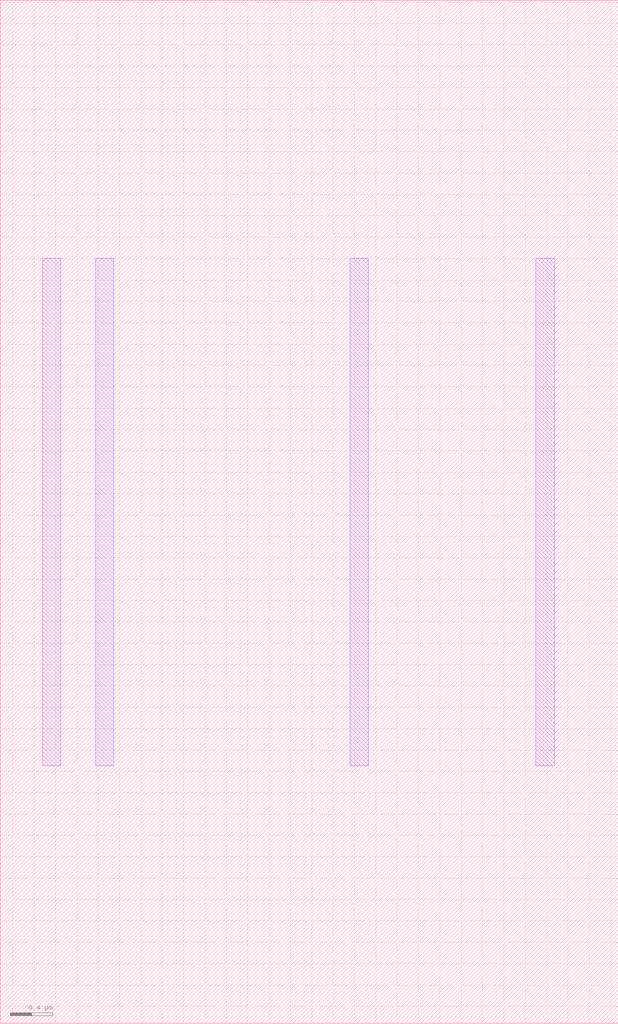
<source format=lef>
# Copyright 2020 The SkyWater PDK Authors
#
# Licensed under the Apache License, Version 2.0 (the "License");
# you may not use this file except in compliance with the License.
# You may obtain a copy of the License at
#
#     https://www.apache.org/licenses/LICENSE-2.0
#
# Unless required by applicable law or agreed to in writing, software
# distributed under the License is distributed on an "AS IS" BASIS,
# WITHOUT WARRANTIES OR CONDITIONS OF ANY KIND, either express or implied.
# See the License for the specific language governing permissions and
# limitations under the License.
#
# SPDX-License-Identifier: Apache-2.0

VERSION 5.7 ;
  NOWIREEXTENSIONATPIN ON ;
  DIVIDERCHAR "/" ;
  BUSBITCHARS "[]" ;
MACRO sky130_fd_pr__model__nfet_extendeddrain__example2
  CLASS BLOCK ;
  FOREIGN sky130_fd_pr__model__nfet_extendeddrain__example2 ;
  ORIGIN  1.120000  2.160000 ;
  SIZE  5.790000 BY  9.580000 ;
  OBS
    LAYER li1 ;
      RECT -0.720000 0.255000 -0.550000 5.005000 ;
      RECT -0.225000 0.255000 -0.055000 5.005000 ;
      RECT  2.160000 0.255000  2.330000 5.005000 ;
      RECT  3.900000 0.255000  4.070000 5.005000 ;
  END
END sky130_fd_pr__model__nfet_extendeddrain__example2
END LIBRARY

</source>
